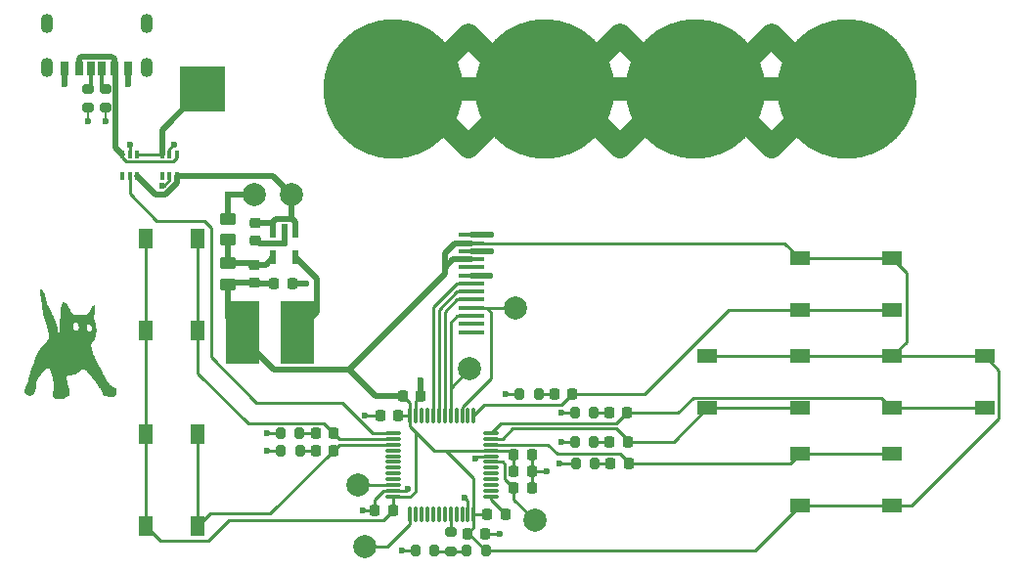
<source format=gtl>
%TF.GenerationSoftware,KiCad,Pcbnew,9.0.0*%
%TF.CreationDate,2025-03-23T23:43:44-05:00*%
%TF.ProjectId,stm32card,73746d33-3263-4617-9264-2e6b69636164,rev?*%
%TF.SameCoordinates,Original*%
%TF.FileFunction,Copper,L1,Top*%
%TF.FilePolarity,Positive*%
%FSLAX46Y46*%
G04 Gerber Fmt 4.6, Leading zero omitted, Abs format (unit mm)*
G04 Created by KiCad (PCBNEW 9.0.0) date 2025-03-23 23:43:44*
%MOMM*%
%LPD*%
G01*
G04 APERTURE LIST*
G04 Aperture macros list*
%AMRoundRect*
0 Rectangle with rounded corners*
0 $1 Rounding radius*
0 $2 $3 $4 $5 $6 $7 $8 $9 X,Y pos of 4 corners*
0 Add a 4 corners polygon primitive as box body*
4,1,4,$2,$3,$4,$5,$6,$7,$8,$9,$2,$3,0*
0 Add four circle primitives for the rounded corners*
1,1,$1+$1,$2,$3*
1,1,$1+$1,$4,$5*
1,1,$1+$1,$6,$7*
1,1,$1+$1,$8,$9*
0 Add four rect primitives between the rounded corners*
20,1,$1+$1,$2,$3,$4,$5,0*
20,1,$1+$1,$4,$5,$6,$7,0*
20,1,$1+$1,$6,$7,$8,$9,0*
20,1,$1+$1,$8,$9,$2,$3,0*%
G04 Aperture macros list end*
%TA.AperFunction,EtchedComponent*%
%ADD10C,0.000000*%
%TD*%
%TA.AperFunction,SMDPad,CuDef*%
%ADD11RoundRect,0.225000X-0.225000X-0.250000X0.225000X-0.250000X0.225000X0.250000X-0.225000X0.250000X0*%
%TD*%
%TA.AperFunction,SMDPad,CuDef*%
%ADD12RoundRect,0.225000X0.225000X0.250000X-0.225000X0.250000X-0.225000X-0.250000X0.225000X-0.250000X0*%
%TD*%
%TA.AperFunction,SMDPad,CuDef*%
%ADD13R,1.800000X1.200000*%
%TD*%
%TA.AperFunction,SMDPad,CuDef*%
%ADD14R,4.000000X4.000000*%
%TD*%
%TA.AperFunction,SMDPad,CuDef*%
%ADD15C,2.000000*%
%TD*%
%TA.AperFunction,SMDPad,CuDef*%
%ADD16R,0.490000X1.160000*%
%TD*%
%TA.AperFunction,SMDPad,CuDef*%
%ADD17R,0.490000X1.180000*%
%TD*%
%TA.AperFunction,SMDPad,CuDef*%
%ADD18RoundRect,0.200000X-0.200000X-0.275000X0.200000X-0.275000X0.200000X0.275000X-0.200000X0.275000X0*%
%TD*%
%TA.AperFunction,SMDPad,CuDef*%
%ADD19R,2.200000X0.400000*%
%TD*%
%TA.AperFunction,SMDPad,CuDef*%
%ADD20RoundRect,0.200000X0.200000X0.275000X-0.200000X0.275000X-0.200000X-0.275000X0.200000X-0.275000X0*%
%TD*%
%TA.AperFunction,SMDPad,CuDef*%
%ADD21RoundRect,0.100000X-0.100000X0.225000X-0.100000X-0.225000X0.100000X-0.225000X0.100000X0.225000X0*%
%TD*%
%TA.AperFunction,SMDPad,CuDef*%
%ADD22RoundRect,0.250000X0.450000X-0.262500X0.450000X0.262500X-0.450000X0.262500X-0.450000X-0.262500X0*%
%TD*%
%TA.AperFunction,SMDPad,CuDef*%
%ADD23RoundRect,0.200000X-0.275000X0.200000X-0.275000X-0.200000X0.275000X-0.200000X0.275000X0.200000X0*%
%TD*%
%TA.AperFunction,SMDPad,CuDef*%
%ADD24R,0.700000X1.200000*%
%TD*%
%TA.AperFunction,SMDPad,CuDef*%
%ADD25R,0.760000X1.200000*%
%TD*%
%TA.AperFunction,SMDPad,CuDef*%
%ADD26R,0.800000X1.200000*%
%TD*%
%TA.AperFunction,ComponentPad*%
%ADD27O,1.100000X1.700000*%
%TD*%
%TA.AperFunction,SMDPad,CuDef*%
%ADD28O,1.500000X0.270000*%
%TD*%
%TA.AperFunction,SMDPad,CuDef*%
%ADD29O,0.270000X1.500000*%
%TD*%
%TA.AperFunction,SMDPad,CuDef*%
%ADD30C,12.100000*%
%TD*%
%TA.AperFunction,SMDPad,CuDef*%
%ADD31C,12.100016*%
%TD*%
%TA.AperFunction,SMDPad,CuDef*%
%ADD32C,12.100148*%
%TD*%
%TA.AperFunction,SMDPad,CuDef*%
%ADD33R,1.200000X1.800000*%
%TD*%
%TA.AperFunction,SMDPad,CuDef*%
%ADD34RoundRect,0.225000X0.250000X-0.225000X0.250000X0.225000X-0.250000X0.225000X-0.250000X-0.225000X0*%
%TD*%
%TA.AperFunction,SMDPad,CuDef*%
%ADD35R,3.000000X5.500000*%
%TD*%
%TA.AperFunction,SMDPad,CuDef*%
%ADD36RoundRect,0.225000X-0.250000X0.225000X-0.250000X-0.225000X0.250000X-0.225000X0.250000X0.225000X0*%
%TD*%
%TA.AperFunction,ViaPad*%
%ADD37C,0.600000*%
%TD*%
%TA.AperFunction,ViaPad*%
%ADD38C,1.000000*%
%TD*%
%TA.AperFunction,Conductor*%
%ADD39C,2.000000*%
%TD*%
%TA.AperFunction,Conductor*%
%ADD40C,0.250000*%
%TD*%
%TA.AperFunction,Conductor*%
%ADD41C,0.500000*%
%TD*%
%TA.AperFunction,Conductor*%
%ADD42C,0.200000*%
%TD*%
%TA.AperFunction,Conductor*%
%ADD43C,0.350000*%
%TD*%
G04 APERTURE END LIST*
D10*
%TA.AperFunction,EtchedComponent*%
%TO.C,G\u002A\u002A\u002A*%
G36*
X137333516Y-107370087D02*
G01*
X137413070Y-107436606D01*
X137457814Y-107490357D01*
X137516544Y-107569603D01*
X137554262Y-107625110D01*
X137578567Y-107672326D01*
X137597057Y-107726700D01*
X137617331Y-107803678D01*
X137623083Y-107826351D01*
X137650417Y-107932149D01*
X137679122Y-108040471D01*
X137696776Y-108105339D01*
X137719912Y-108198172D01*
X137744095Y-108309621D01*
X137758412Y-108384326D01*
X137784989Y-108493794D01*
X137825061Y-108615306D01*
X137859788Y-108699704D01*
X137952621Y-108895948D01*
X138029196Y-109050479D01*
X138091254Y-109166640D01*
X138140539Y-109247774D01*
X138159218Y-109274015D01*
X138196920Y-109329561D01*
X138217190Y-109371336D01*
X138218304Y-109377898D01*
X138228570Y-109410432D01*
X138255949Y-109474373D01*
X138295309Y-109558007D01*
X138311979Y-109591790D01*
X138359528Y-109690721D01*
X138401693Y-109785106D01*
X138430873Y-109857762D01*
X138435097Y-109870051D01*
X138463374Y-109934192D01*
X138495861Y-109977400D01*
X138502315Y-109981978D01*
X138525873Y-110015689D01*
X138555487Y-110089311D01*
X138589130Y-110194914D01*
X138624776Y-110324566D01*
X138660400Y-110470337D01*
X138693977Y-110624296D01*
X138723480Y-110778511D01*
X138746884Y-110925054D01*
X138751064Y-110955864D01*
X138774726Y-111105969D01*
X138800604Y-111212626D01*
X138828161Y-111274149D01*
X138856861Y-111288855D01*
X138857123Y-111288770D01*
X138876003Y-111274111D01*
X138890736Y-111240880D01*
X138901777Y-111184088D01*
X138909584Y-111098749D01*
X138914611Y-110979874D01*
X138917317Y-110822475D01*
X138918156Y-110621587D01*
X138919514Y-110484106D01*
X140055780Y-110484106D01*
X140056125Y-110594218D01*
X140069251Y-110699393D01*
X140089661Y-110769882D01*
X140142627Y-110840255D01*
X140223338Y-110883564D01*
X140317859Y-110897576D01*
X140412252Y-110880061D01*
X140487611Y-110833610D01*
X140534747Y-110771170D01*
X140555893Y-110691077D01*
X140554002Y-110624608D01*
X141250612Y-110624608D01*
X141263282Y-110741340D01*
X141293566Y-110841509D01*
X141303186Y-110860557D01*
X141345270Y-110924714D01*
X141390739Y-110959289D01*
X141457001Y-110974019D01*
X141511927Y-110977310D01*
X141572359Y-110970483D01*
X141615811Y-110936497D01*
X141640255Y-110901280D01*
X141673007Y-110830125D01*
X141679164Y-110751963D01*
X141675370Y-110713266D01*
X141659494Y-110604624D01*
X141641722Y-110531457D01*
X141616515Y-110480857D01*
X141578330Y-110439915D01*
X141547319Y-110414947D01*
X141457416Y-110364778D01*
X141376291Y-110354150D01*
X141311540Y-110382857D01*
X141282013Y-110422149D01*
X141256531Y-110511486D01*
X141250612Y-110624608D01*
X140554002Y-110624608D01*
X140552820Y-110583032D01*
X140542570Y-110514250D01*
X140510996Y-110393208D01*
X140462614Y-110313380D01*
X140390984Y-110268579D01*
X140289671Y-110252620D01*
X140269974Y-110252330D01*
X140189647Y-110255137D01*
X140141355Y-110267612D01*
X140108749Y-110295838D01*
X140092932Y-110318196D01*
X140068091Y-110386338D01*
X140055780Y-110484106D01*
X138919514Y-110484106D01*
X138919889Y-110446180D01*
X138924702Y-110252195D01*
X138932143Y-110047245D01*
X138941758Y-109838943D01*
X138953094Y-109634904D01*
X138965699Y-109442740D01*
X138979119Y-109270067D01*
X138992901Y-109124496D01*
X139006593Y-109013642D01*
X139017330Y-108954432D01*
X139063348Y-108770028D01*
X139102640Y-108631449D01*
X139135969Y-108536582D01*
X139164103Y-108483314D01*
X139187804Y-108469533D01*
X139192243Y-108471428D01*
X139211773Y-108466343D01*
X139212955Y-108458538D01*
X139231209Y-108434936D01*
X139277873Y-108435259D01*
X139340796Y-108456801D01*
X139407830Y-108496857D01*
X139417130Y-108504009D01*
X139491299Y-108569281D01*
X139552763Y-108634838D01*
X139591989Y-108689693D01*
X139601112Y-108716094D01*
X139613576Y-108747744D01*
X139644735Y-108801575D01*
X139657659Y-108821436D01*
X139693982Y-108884545D01*
X139739137Y-108975434D01*
X139784529Y-109076605D01*
X139793400Y-109097793D01*
X139854745Y-109238607D01*
X139908529Y-109341299D01*
X139960818Y-109414312D01*
X140017677Y-109466091D01*
X140085170Y-109505079D01*
X140086308Y-109505616D01*
X140126495Y-109523634D01*
X140164673Y-109536826D01*
X140208446Y-109545644D01*
X140265419Y-109550541D01*
X140343197Y-109551970D01*
X140449387Y-109550382D01*
X140591592Y-109546232D01*
X140704932Y-109542443D01*
X140817111Y-109542381D01*
X140933499Y-109548147D01*
X141009431Y-109556006D01*
X141144112Y-109575345D01*
X141293014Y-109422577D01*
X141351364Y-109357346D01*
X141421076Y-109271268D01*
X141496037Y-109172930D01*
X141570130Y-109070918D01*
X141637241Y-108973819D01*
X141691255Y-108890220D01*
X141726058Y-108828707D01*
X141735973Y-108800555D01*
X141755645Y-108780037D01*
X141803033Y-108750862D01*
X141860698Y-108722123D01*
X141911201Y-108702913D01*
X141929388Y-108699704D01*
X141951484Y-108723260D01*
X141964791Y-108792707D01*
X141969277Y-108906215D01*
X141964911Y-109061952D01*
X141951663Y-109258086D01*
X141940914Y-109379000D01*
X141897312Y-109837051D01*
X141951470Y-110026496D01*
X141978973Y-110133495D01*
X142000942Y-110238776D01*
X142013006Y-110321150D01*
X142013505Y-110327378D01*
X142022677Y-110406178D01*
X142039604Y-110511161D01*
X142060849Y-110621300D01*
X142063804Y-110635155D01*
X142087290Y-110793736D01*
X142086787Y-110952742D01*
X142061116Y-111124267D01*
X142009099Y-111320404D01*
X141991712Y-111375095D01*
X141962872Y-111467561D01*
X141941247Y-111544848D01*
X141930572Y-111593356D01*
X141930052Y-111599586D01*
X141914532Y-111657524D01*
X141873896Y-111734876D01*
X141817028Y-111816445D01*
X141774538Y-111865606D01*
X141718985Y-111936473D01*
X141668521Y-112020889D01*
X141659173Y-112040378D01*
X141634130Y-112105548D01*
X141625045Y-112165213D01*
X141630255Y-112239991D01*
X141638623Y-112295105D01*
X141656670Y-112395051D01*
X141676630Y-112491920D01*
X141689163Y-112544880D01*
X141712762Y-112637618D01*
X141736023Y-112732266D01*
X141737624Y-112738959D01*
X141758445Y-112805420D01*
X141794021Y-112899037D01*
X141837939Y-113003306D01*
X141855444Y-113042206D01*
X141916842Y-113174672D01*
X141981861Y-113312781D01*
X142045707Y-113446557D01*
X142103585Y-113566024D01*
X142150700Y-113661205D01*
X142181905Y-113721480D01*
X142205093Y-113766225D01*
X142244090Y-113843915D01*
X142293559Y-113943826D01*
X142348160Y-114055237D01*
X142351027Y-114061117D01*
X142430197Y-114220672D01*
X142509674Y-114375623D01*
X142585705Y-114519103D01*
X142654536Y-114644246D01*
X142712413Y-114744183D01*
X142755584Y-114812049D01*
X142774931Y-114836682D01*
X142806018Y-114880022D01*
X142843083Y-114948083D01*
X142859073Y-114982478D01*
X142904327Y-115070740D01*
X142971635Y-115183749D01*
X143052383Y-115308655D01*
X143137959Y-115432605D01*
X143219747Y-115542751D01*
X143289133Y-115626240D01*
X143294411Y-115631939D01*
X143341364Y-115670926D01*
X143380058Y-115686523D01*
X143422432Y-115699810D01*
X143478434Y-115732058D01*
X143482211Y-115734710D01*
X143547228Y-115774380D01*
X143629765Y-115816517D01*
X143659631Y-115829941D01*
X143718655Y-115857831D01*
X143757431Y-115888012D01*
X143783185Y-115932262D01*
X143803139Y-116002361D01*
X143821452Y-116093795D01*
X143832650Y-116260294D01*
X143801709Y-116408432D01*
X143730509Y-116533937D01*
X143620931Y-116632536D01*
X143571879Y-116660914D01*
X143467443Y-116694805D01*
X143350705Y-116702725D01*
X143238485Y-116685889D01*
X143147601Y-116645513D01*
X143126771Y-116628766D01*
X143083949Y-116596255D01*
X143033601Y-116579818D01*
X142958896Y-116575209D01*
X142916778Y-116575763D01*
X142830307Y-116574283D01*
X142759483Y-116566766D01*
X142726309Y-116557566D01*
X142684494Y-116514321D01*
X142638073Y-116430522D01*
X142590471Y-116313461D01*
X142545956Y-116173435D01*
X142495395Y-116040164D01*
X142427197Y-115942858D01*
X142420467Y-115935958D01*
X142362083Y-115864518D01*
X142305136Y-115774363D01*
X142281609Y-115728034D01*
X142228874Y-115633856D01*
X142160890Y-115539899D01*
X142128845Y-115503760D01*
X142061635Y-115424652D01*
X142000235Y-115335886D01*
X141978565Y-115297552D01*
X141938478Y-115234369D01*
X141871469Y-115145831D01*
X141785122Y-115040689D01*
X141687021Y-114927698D01*
X141584750Y-114815610D01*
X141485893Y-114713179D01*
X141404515Y-114635027D01*
X141344372Y-114570590D01*
X141300438Y-114505806D01*
X141286912Y-114472373D01*
X141260991Y-114417096D01*
X141224884Y-114388106D01*
X141185025Y-114360416D01*
X141134215Y-114305816D01*
X141104105Y-114265707D01*
X141038360Y-114188908D01*
X140979430Y-114159891D01*
X140926814Y-114178471D01*
X140911141Y-114194546D01*
X140892862Y-114223982D01*
X140895803Y-114230936D01*
X140893450Y-114246342D01*
X140869122Y-114279455D01*
X140826835Y-114316209D01*
X140796580Y-114327975D01*
X140767907Y-114342025D01*
X140765582Y-114350600D01*
X140745673Y-114375676D01*
X140720591Y-114387505D01*
X140675476Y-114413657D01*
X140619482Y-114460816D01*
X140605357Y-114474936D01*
X140542633Y-114527900D01*
X140457820Y-114583937D01*
X140365393Y-114635145D01*
X140279831Y-114673621D01*
X140215611Y-114691460D01*
X140207969Y-114691872D01*
X140144344Y-114702775D01*
X140116303Y-114713861D01*
X140006204Y-114755488D01*
X139872344Y-114783026D01*
X139738555Y-114791827D01*
X139719710Y-114791232D01*
X139638816Y-114789984D01*
X139589137Y-114799437D01*
X139553656Y-114824981D01*
X139531697Y-114850794D01*
X139500426Y-114899647D01*
X139484998Y-114953482D01*
X139485380Y-115022725D01*
X139501541Y-115117804D01*
X139530485Y-115237717D01*
X139557275Y-115343747D01*
X139581935Y-115445215D01*
X139599686Y-115522403D01*
X139601431Y-115530543D01*
X139625229Y-115622824D01*
X139655472Y-115716208D01*
X139658620Y-115724622D01*
X139682630Y-115805038D01*
X139707373Y-115916564D01*
X139730535Y-116044613D01*
X139749805Y-116174601D01*
X139762870Y-116291943D01*
X139767418Y-116382055D01*
X139766516Y-116405134D01*
X139751600Y-116477188D01*
X139717074Y-116516612D01*
X139704216Y-116523174D01*
X139662472Y-116548104D01*
X139649632Y-116565628D01*
X139629762Y-116581791D01*
X139611003Y-116584135D01*
X139565621Y-116598379D01*
X139510726Y-116632629D01*
X139510693Y-116632655D01*
X139459752Y-116666573D01*
X139422332Y-116681163D01*
X139421727Y-116681175D01*
X139388048Y-116699556D01*
X139367145Y-116724889D01*
X139327946Y-116758228D01*
X139261946Y-116789998D01*
X139233946Y-116799312D01*
X139149186Y-116824125D01*
X139070023Y-116847662D01*
X139053544Y-116852637D01*
X138979184Y-116865493D01*
X138875551Y-116871455D01*
X138759529Y-116870876D01*
X138648005Y-116864111D01*
X138557865Y-116851513D01*
X138521551Y-116841488D01*
X138468434Y-116811656D01*
X138441146Y-116778450D01*
X138440960Y-116777668D01*
X138419847Y-116737075D01*
X138378242Y-116684272D01*
X138370794Y-116676244D01*
X138321383Y-116594233D01*
X138295211Y-116487770D01*
X138294759Y-116376260D01*
X138320511Y-116283124D01*
X138387254Y-116090895D01*
X138413538Y-115875624D01*
X138398918Y-115641706D01*
X138390404Y-115589484D01*
X138347245Y-115353165D01*
X138309423Y-115153899D01*
X138274687Y-114980816D01*
X138240785Y-114823048D01*
X138205466Y-114669725D01*
X138168137Y-114516632D01*
X138139945Y-114410962D01*
X138114637Y-114340317D01*
X138085887Y-114292084D01*
X138047370Y-114253650D01*
X138028907Y-114239029D01*
X137947493Y-114194602D01*
X137861390Y-114175180D01*
X137786482Y-114182738D01*
X137749994Y-114204346D01*
X137709201Y-114228551D01*
X137695159Y-114230936D01*
X137654727Y-114249646D01*
X137593380Y-114300727D01*
X137517744Y-114376602D01*
X137434446Y-114469698D01*
X137350111Y-114572437D01*
X137271366Y-114677245D01*
X137204837Y-114776547D01*
X137177962Y-114822236D01*
X137125016Y-114910744D01*
X137069355Y-114992679D01*
X137028758Y-115043639D01*
X136979579Y-115114060D01*
X136946763Y-115191298D01*
X136944372Y-115201327D01*
X136927557Y-115265078D01*
X136909664Y-115307942D01*
X136907859Y-115310496D01*
X136895542Y-115346139D01*
X136881141Y-115417456D01*
X136866456Y-115511758D01*
X136853289Y-115616357D01*
X136843442Y-115718564D01*
X136838976Y-115795692D01*
X136827022Y-115921290D01*
X136800974Y-116050489D01*
X136764299Y-116174345D01*
X136720465Y-116283914D01*
X136672939Y-116370253D01*
X136625188Y-116424417D01*
X136589747Y-116438577D01*
X136559722Y-116451137D01*
X136506387Y-116482768D01*
X136481421Y-116499226D01*
X136375917Y-116548745D01*
X136265789Y-116554170D01*
X136144309Y-116515449D01*
X136106787Y-116496386D01*
X136027112Y-116443828D01*
X135966615Y-116377583D01*
X135915490Y-116292847D01*
X135876477Y-116211998D01*
X135849462Y-116141388D01*
X135840845Y-116101251D01*
X135850460Y-116061335D01*
X135876877Y-115986850D01*
X135916452Y-115887228D01*
X135965543Y-115771901D01*
X135985096Y-115727790D01*
X136039442Y-115602785D01*
X136088138Y-115483902D01*
X136126651Y-115382694D01*
X136150451Y-115310718D01*
X136153826Y-115297537D01*
X136207351Y-115062834D01*
X136251984Y-114872178D01*
X136288609Y-114722091D01*
X136318108Y-114609094D01*
X136341364Y-114529710D01*
X136359262Y-114480460D01*
X136363737Y-114471006D01*
X136388198Y-114398360D01*
X136398807Y-114316625D01*
X136398820Y-114314188D01*
X136416234Y-114224588D01*
X136467973Y-114146450D01*
X136517779Y-114070258D01*
X136549824Y-113985517D01*
X136552286Y-113972885D01*
X136577755Y-113889213D01*
X136620689Y-113806531D01*
X136628691Y-113795068D01*
X136679037Y-113695158D01*
X136689937Y-113624285D01*
X136701001Y-113545752D01*
X136728547Y-113458456D01*
X136738457Y-113436091D01*
X136768161Y-113365163D01*
X136785306Y-113305933D01*
X136786976Y-113290828D01*
X136796714Y-113240432D01*
X136806388Y-113222942D01*
X136824655Y-113189397D01*
X136852882Y-113125003D01*
X136880858Y-113054336D01*
X136944826Y-112896575D01*
X137006119Y-112767044D01*
X137061494Y-112671986D01*
X137107408Y-112617886D01*
X137134351Y-112584635D01*
X137174228Y-112521944D01*
X137216077Y-112447654D01*
X137264362Y-112367903D01*
X137308980Y-112313606D01*
X137337532Y-112295305D01*
X137377948Y-112271988D01*
X137425963Y-112222024D01*
X137441372Y-112201174D01*
X137502642Y-112129099D01*
X137575778Y-112064990D01*
X137587378Y-112056918D01*
X137655630Y-111999542D01*
X137712314Y-111931980D01*
X137719395Y-111920581D01*
X137757882Y-111856745D01*
X137810246Y-111773388D01*
X137852024Y-111708695D01*
X137897249Y-111635716D01*
X137923119Y-111576929D01*
X137934776Y-111513284D01*
X137937361Y-111425728D01*
X137937150Y-111393318D01*
X137923966Y-111189880D01*
X137890683Y-110970474D01*
X137841418Y-110761786D01*
X137819462Y-110681090D01*
X137802067Y-110609925D01*
X137798271Y-110591967D01*
X137782179Y-110521662D01*
X137754139Y-110412778D01*
X137716245Y-110273179D01*
X137670592Y-110110728D01*
X137662528Y-110082512D01*
X137495850Y-109430554D01*
X137362546Y-108758953D01*
X137266202Y-108086363D01*
X137249737Y-107934370D01*
X137235445Y-107818111D01*
X137217691Y-107708798D01*
X137199327Y-107622868D01*
X137190481Y-107592874D01*
X137164846Y-107482041D01*
X137172416Y-107402013D01*
X137207106Y-107355122D01*
X137262834Y-107343703D01*
X137333516Y-107370087D01*
G37*
%TD.AperFunction*%
%TD*%
D11*
%TO.P,C14,1*%
%TO.N,Net-(C14-Pad1)*%
X186594442Y-122410210D03*
%TO.P,C14,2*%
%TO.N,in_button_down*%
X188144442Y-122410210D03*
%TD*%
D12*
%TO.P,C4,1*%
%TO.N,+3V0*%
X168208349Y-118253643D03*
%TO.P,C4,2*%
%TO.N,GND*%
X166658349Y-118253643D03*
%TD*%
D13*
%TO.P,b_up1,1,1*%
%TO.N,+3V0*%
X202951133Y-104665534D03*
%TO.P,b_up1,2,2*%
X210951133Y-104665534D03*
%TO.P,b_up1,3,3*%
%TO.N,in_button_up*%
X202951133Y-109165534D03*
%TO.P,b_up1,4,4*%
X210951133Y-109165534D03*
%TD*%
D14*
%TO.P,TP1,1,1*%
%TO.N,Net-(U2-VIN)*%
X151296213Y-89989223D03*
%TD*%
D15*
%TO.P,unreg_vcc1,1,1*%
%TO.N,unregulated_vcc*%
X158963914Y-99135976D03*
%TD*%
D11*
%TO.P,C16,1*%
%TO.N,Net-(C16-Pad1)*%
X186498159Y-120535261D03*
%TO.P,C16,2*%
%TO.N,in_button_right*%
X188048159Y-120535261D03*
%TD*%
D15*
%TO.P,SWDIO1,1,1*%
%TO.N,Net-(U4-PA13)*%
X164750573Y-124284125D03*
%TD*%
D16*
%TO.P,U1,1,VIN*%
%TO.N,unregulated_vcc*%
X159275688Y-102255065D03*
%TO.P,U1,2,GND*%
%TO.N,GND*%
X158325688Y-102255065D03*
%TO.P,U1,3,EN*%
%TO.N,unregulated_vcc*%
X157375688Y-102255065D03*
D17*
%TO.P,U1,4,FB*%
%TO.N,Net-(U1-FB)*%
X157375688Y-104555065D03*
%TO.P,U1,5,SW*%
%TO.N,Net-(U1-SW)*%
X159275688Y-104555065D03*
%TD*%
D18*
%TO.P,R10,1*%
%TO.N,Net-(R10-Pad1)*%
X174123734Y-129933381D03*
%TO.P,R10,2*%
%TO.N,+3V0*%
X175773734Y-129933381D03*
%TD*%
D11*
%TO.P,C12,1*%
%TO.N,+3V0*%
X175911855Y-126779815D03*
%TO.P,C12,2*%
%TO.N,Net-(U4-VBAT)*%
X177461855Y-126779815D03*
%TD*%
D19*
%TO.P,U5,1,NC*%
%TO.N,unconnected-(U5-NC-Pad1)*%
X174559466Y-111035534D03*
%TO.P,U5,2,NC*%
%TO.N,unconnected-(U5-NC-Pad2)*%
X174559466Y-110335534D03*
%TO.P,U5,3,SDA*%
%TO.N,spi1_mosi*%
X174559466Y-109635534D03*
%TO.P,U5,4,SCL*%
%TO.N,spi1_sck*%
X174559466Y-108935534D03*
%TO.P,U5,5,RS*%
%TO.N,lcd_dataselect*%
X174559466Y-108235534D03*
%TO.P,U5,6,RESET*%
%TO.N,lcd_reset*%
X174559466Y-107535534D03*
%TO.P,U5,7,CS*%
%TO.N,lcd_cs*%
X174559466Y-106835534D03*
%TO.P,U5,8,GND*%
%TO.N,GND*%
X174559466Y-106135534D03*
%TO.P,U5,9,NC*%
%TO.N,unconnected-(U5-NC-Pad9)*%
X174559466Y-105435534D03*
%TO.P,U5,10,VDD*%
%TO.N,+3V0*%
X174559466Y-104735534D03*
%TO.P,U5,11,LEDK*%
%TO.N,GND*%
X174559466Y-104035534D03*
%TO.P,U5,12,LEDA*%
%TO.N,+3V0*%
X174559466Y-103335534D03*
%TO.P,U5,13,GND*%
%TO.N,GND*%
X174559466Y-102635534D03*
%TD*%
D11*
%TO.P,C11,1*%
%TO.N,Net-(U4-NRST)*%
X178216650Y-124571621D03*
%TO.P,C11,2*%
%TO.N,GND*%
X179766650Y-124571621D03*
%TD*%
D20*
%TO.P,R11,1*%
%TO.N,Net-(R10-Pad1)*%
X171355995Y-129935313D03*
%TO.P,R11,2*%
%TO.N,GND*%
X169705995Y-129935313D03*
%TD*%
D21*
%TO.P,U3,1,VIN*%
%TO.N,Net-(U2-~{CE})*%
X149064155Y-95624097D03*
%TO.P,U3,2,GND*%
%TO.N,GND*%
X148414155Y-95624097D03*
%TO.P,U3,3,~{CE}*%
%TO.N,Net-(U2-VIN)*%
X147764155Y-95624097D03*
%TO.P,U3,4,NC*%
%TO.N,unconnected-(U3-NC-Pad4)*%
X147764155Y-97524097D03*
%TO.P,U3,5,ST*%
%TO.N,GND*%
X148414155Y-97524097D03*
%TO.P,U3,6,VOUT*%
%TO.N,unregulated_vcc*%
X149064155Y-97524097D03*
%TD*%
D22*
%TO.P,R4,1*%
%TO.N,Net-(U1-FB)*%
X153498188Y-103060065D03*
%TO.P,R4,2*%
%TO.N,GND*%
X153498188Y-101235065D03*
%TD*%
D23*
%TO.P,R2,1*%
%TO.N,Net-(J1-CC1)*%
X142831133Y-89980534D03*
%TO.P,R2,2*%
%TO.N,GND*%
X142831133Y-91630534D03*
%TD*%
D11*
%TO.P,C13,1*%
%TO.N,Net-(C13-Pad1)*%
X181710179Y-116398550D03*
%TO.P,C13,2*%
%TO.N,in_button_up*%
X183260179Y-116398550D03*
%TD*%
D22*
%TO.P,R3,1*%
%TO.N,+3V0*%
X153498188Y-106885065D03*
%TO.P,R3,2*%
%TO.N,Net-(U1-FB)*%
X153498188Y-105060065D03*
%TD*%
D12*
%TO.P,C8,1*%
%TO.N,GND*%
X179766650Y-121651621D03*
%TO.P,C8,2*%
%TO.N,+3V0*%
X178216650Y-121651621D03*
%TD*%
D18*
%TO.P,R9,1*%
%TO.N,GND*%
X183488159Y-120535261D03*
%TO.P,R9,2*%
%TO.N,Net-(C16-Pad1)*%
X185138159Y-120535261D03*
%TD*%
%TO.P,R13,1*%
%TO.N,GND*%
X158034256Y-121286002D03*
%TO.P,R13,2*%
%TO.N,Net-(C18-Pad1)*%
X159684256Y-121286002D03*
%TD*%
D11*
%TO.P,C15,1*%
%TO.N,Net-(C15-Pad1)*%
X186482004Y-118016635D03*
%TO.P,C15,2*%
%TO.N,in_button_left*%
X188032004Y-118016635D03*
%TD*%
D13*
%TO.P,b_left1,1,1*%
%TO.N,+3V0*%
X210951133Y-113132201D03*
%TO.P,b_left1,2,2*%
X218951133Y-113132201D03*
%TO.P,b_left1,3,3*%
%TO.N,in_button_left*%
X210951133Y-117632201D03*
%TO.P,b_left1,4,4*%
X218951133Y-117632201D03*
%TD*%
D11*
%TO.P,C5,1*%
%TO.N,+3V0*%
X178216650Y-123111621D03*
%TO.P,C5,2*%
%TO.N,GND*%
X179766650Y-123111621D03*
%TD*%
D13*
%TO.P,b_right1,1,1*%
%TO.N,+3V0*%
X194951133Y-113132201D03*
%TO.P,b_right1,2,2*%
X202951133Y-113132201D03*
%TO.P,b_right1,3,3*%
%TO.N,in_button_right*%
X194951133Y-117632201D03*
%TO.P,b_right1,4,4*%
X202951133Y-117632201D03*
%TD*%
D18*
%TO.P,R12,1*%
%TO.N,GND*%
X158028042Y-119787400D03*
%TO.P,R12,2*%
%TO.N,Net-(C17-Pad1)*%
X159678042Y-119787400D03*
%TD*%
D11*
%TO.P,C17,1*%
%TO.N,Net-(C17-Pad1)*%
X161038042Y-119787400D03*
%TO.P,C17,2*%
%TO.N,in_button_a*%
X162588042Y-119787400D03*
%TD*%
D18*
%TO.P,R6,1*%
%TO.N,GND*%
X183584442Y-122410210D03*
%TO.P,R6,2*%
%TO.N,Net-(C14-Pad1)*%
X185234442Y-122410210D03*
%TD*%
D15*
%TO.P,TP_mosi1,1,1*%
%TO.N,spi1_mosi*%
X174362663Y-114235371D03*
%TD*%
D24*
%TO.P,J1,A5,CC1*%
%TO.N,Net-(J1-CC1)*%
X142574466Y-88210000D03*
D25*
%TO.P,J1,A9,VBUS*%
%TO.N,Net-(U2-~{CE})*%
X140554466Y-88210000D03*
D26*
%TO.P,J1,A12,GND*%
%TO.N,GND*%
X139324466Y-88210000D03*
D24*
%TO.P,J1,B5,CC2*%
%TO.N,Net-(J1-CC2)*%
X141574466Y-88210000D03*
D25*
%TO.P,J1,B9,VBUS*%
%TO.N,Net-(U2-~{CE})*%
X143594466Y-88210000D03*
D26*
%TO.P,J1,B12,GND*%
%TO.N,GND*%
X144824466Y-88210000D03*
D27*
%TO.P,J1,SH1*%
%TO.N,N/C*%
X146394466Y-88130000D03*
%TO.P,J1,SH2*%
X146394466Y-84330000D03*
%TO.P,J1,SH3*%
X137754466Y-88130000D03*
%TO.P,J1,SH4*%
X137754466Y-84330000D03*
%TD*%
D18*
%TO.P,R7,1*%
%TO.N,GND*%
X183472004Y-118016635D03*
%TO.P,R7,2*%
%TO.N,Net-(C15-Pad1)*%
X185122004Y-118016635D03*
%TD*%
D15*
%TO.P,tst_nrst1,1,1*%
%TO.N,Net-(U4-NRST)*%
X180021047Y-127320001D03*
%TD*%
%TO.P,TestPoint_gnd1,1,1*%
%TO.N,GND*%
X155734045Y-99135976D03*
%TD*%
D11*
%TO.P,C2,1*%
%TO.N,+3V0*%
X168613611Y-116553306D03*
%TO.P,C2,2*%
%TO.N,GND*%
X170163611Y-116553306D03*
%TD*%
D15*
%TO.P,TP_sck1,1,1*%
%TO.N,spi1_sck*%
X178381844Y-108935534D03*
%TD*%
D11*
%TO.P,C18,1*%
%TO.N,Net-(C18-Pad1)*%
X161044256Y-121286002D03*
%TO.P,C18,2*%
%TO.N,in_button_b*%
X162594256Y-121286002D03*
%TD*%
D28*
%TO.P,U4,1,VBAT*%
%TO.N,Net-(U4-VBAT)*%
X176240878Y-125284125D03*
%TO.P,U4,2,PC13-TAMPER-RTC*%
%TO.N,unconnected-(U4-PC13-TAMPER-RTC-Pad2)*%
X176240878Y-124784125D03*
%TO.P,U4,3,PC14-OSC32_IN*%
%TO.N,unconnected-(U4-PC14-OSC32_IN-Pad3)*%
X176240878Y-124284125D03*
%TO.P,U4,4,PC15-OSC32_OUT*%
%TO.N,unconnected-(U4-PC15-OSC32_OUT-Pad4)*%
X176240878Y-123784125D03*
%TO.P,U4,5,PD0-OSC_IN*%
%TO.N,unconnected-(U4-PD0-OSC_IN-Pad5)*%
X176240878Y-123284125D03*
%TO.P,U4,6,PD1-OSC_OUT*%
%TO.N,unconnected-(U4-PD1-OSC_OUT-Pad6)*%
X176240878Y-122784125D03*
%TO.P,U4,7,NRST*%
%TO.N,Net-(U4-NRST)*%
X176240878Y-122284125D03*
%TO.P,U4,8,VSSA*%
%TO.N,GND*%
X176240878Y-121784125D03*
%TO.P,U4,9,VDDA*%
%TO.N,+3V0*%
X176240878Y-121284125D03*
%TO.P,U4,10,PA0-WKUP*%
%TO.N,in_button_down*%
X176240878Y-120784125D03*
%TO.P,U4,11,PA1*%
%TO.N,in_button_right*%
X176240878Y-120284125D03*
%TO.P,U4,12,PA2*%
%TO.N,in_button_left*%
X176240878Y-119784125D03*
D29*
%TO.P,U4,13,PA3*%
%TO.N,in_button_up*%
X174740878Y-118284125D03*
%TO.P,U4,14,PA4*%
%TO.N,unconnected-(U4-PA4-Pad14)*%
X174240878Y-118284125D03*
%TO.P,U4,15,PA5*%
%TO.N,spi1_sck*%
X173740878Y-118284125D03*
%TO.P,U4,16,PA6*%
%TO.N,spi1_miso*%
X173240878Y-118284125D03*
%TO.P,U4,17,PA7*%
%TO.N,spi1_mosi*%
X172740878Y-118284125D03*
%TO.P,U4,18,PB0*%
%TO.N,lcd_dataselect*%
X172240878Y-118284125D03*
%TO.P,U4,19,PB1*%
%TO.N,lcd_reset*%
X171740878Y-118284125D03*
%TO.P,U4,20,PB2*%
%TO.N,lcd_cs*%
X171240878Y-118284125D03*
%TO.P,U4,21,PB10*%
%TO.N,unconnected-(U4-PB10-Pad21)*%
X170740878Y-118284125D03*
%TO.P,U4,22,PB11*%
%TO.N,unconnected-(U4-PB11-Pad22)*%
X170240878Y-118284125D03*
%TO.P,U4,23,VSS_1*%
%TO.N,GND*%
X169740878Y-118284125D03*
%TO.P,U4,24,VDD_1*%
%TO.N,+3V0*%
X169240878Y-118284125D03*
D28*
%TO.P,U4,25,PB12*%
%TO.N,power_info*%
X167740878Y-119784125D03*
%TO.P,U4,26,PB13*%
%TO.N,in_button_a*%
X167740878Y-120284125D03*
%TO.P,U4,27,PB14*%
%TO.N,in_button_b*%
X167740878Y-120784125D03*
%TO.P,U4,28,PB15*%
%TO.N,unconnected-(U4-PB15-Pad28)*%
X167740878Y-121284125D03*
%TO.P,U4,29,PA8*%
%TO.N,unconnected-(U4-PA8-Pad29)*%
X167740878Y-121784125D03*
%TO.P,U4,30,PA9*%
%TO.N,unconnected-(U4-PA9-Pad30)*%
X167740878Y-122284125D03*
%TO.P,U4,31,PA10*%
%TO.N,unconnected-(U4-PA10-Pad31)*%
X167740878Y-122784125D03*
%TO.P,U4,32,PA11*%
%TO.N,unconnected-(U4-PA11-Pad32)*%
X167740878Y-123284125D03*
%TO.P,U4,33,PA12*%
%TO.N,unconnected-(U4-PA12-Pad33)*%
X167740878Y-123784125D03*
%TO.P,U4,34,PA13*%
%TO.N,Net-(U4-PA13)*%
X167740878Y-124284125D03*
%TO.P,U4,35,VSS_2*%
%TO.N,GND*%
X167740878Y-124784125D03*
%TO.P,U4,36,VDD_2*%
%TO.N,+3V0*%
X167740878Y-125284125D03*
D29*
%TO.P,U4,37,PA14*%
%TO.N,Net-(U4-PA14)*%
X169240878Y-126784125D03*
%TO.P,U4,38,PA15*%
%TO.N,unconnected-(U4-PA15-Pad38)*%
X169740878Y-126784125D03*
%TO.P,U4,39,PB3*%
%TO.N,unconnected-(U4-PB3-Pad39)*%
X170240878Y-126784125D03*
%TO.P,U4,40,PB4*%
%TO.N,unconnected-(U4-PB4-Pad40)*%
X170740878Y-126784125D03*
%TO.P,U4,41,PB5*%
%TO.N,unconnected-(U4-PB5-Pad41)*%
X171240878Y-126784125D03*
%TO.P,U4,42,PB6*%
%TO.N,unconnected-(U4-PB6-Pad42)*%
X171740878Y-126784125D03*
%TO.P,U4,43,PB7*%
%TO.N,unconnected-(U4-PB7-Pad43)*%
X172240878Y-126784125D03*
%TO.P,U4,44,BOOT0*%
%TO.N,Net-(U4-BOOT0)*%
X172740878Y-126784125D03*
%TO.P,U4,45,PB8*%
%TO.N,unconnected-(U4-PB8-Pad45)*%
X173240878Y-126784125D03*
%TO.P,U4,46,PB9*%
%TO.N,unconnected-(U4-PB9-Pad46)*%
X173740878Y-126784125D03*
%TO.P,U4,47,VSS_3*%
%TO.N,GND*%
X174240878Y-126784125D03*
%TO.P,U4,48,VDD_3*%
%TO.N,+3V0*%
X174740878Y-126784125D03*
%TD*%
D11*
%TO.P,C10,1*%
%TO.N,+3V0*%
X157473188Y-106860065D03*
%TO.P,C10,2*%
%TO.N,GND*%
X159023188Y-106860065D03*
%TD*%
D30*
%TO.P,U6,1,gnd_1*%
%TO.N,GND*%
X167753529Y-90002380D03*
D31*
%TO.P,U6,2,gnd_2*%
X180853529Y-90002380D03*
D32*
%TO.P,U6,3,gnd_3*%
X193953529Y-90002380D03*
D30*
%TO.P,U6,4,gnd_4*%
X207053529Y-90002380D03*
%TD*%
D33*
%TO.P,b_b1,1,1*%
%TO.N,+3V0*%
X146357799Y-127848868D03*
%TO.P,b_b1,2,2*%
X146357799Y-119848868D03*
%TO.P,b_b1,3,3*%
%TO.N,in_button_b*%
X150857799Y-127848868D03*
%TO.P,b_b1,4,4*%
X150857799Y-119848868D03*
%TD*%
D13*
%TO.P,b_down1,1,1*%
%TO.N,+3V0*%
X210951133Y-126098868D03*
%TO.P,b_down1,2,2*%
X202951133Y-126098868D03*
%TO.P,b_down1,3,3*%
%TO.N,in_button_down*%
X210951133Y-121598868D03*
%TO.P,b_down1,4,4*%
X202951133Y-121598868D03*
%TD*%
D18*
%TO.P,R5,1*%
%TO.N,GND*%
X178700179Y-116398550D03*
%TO.P,R5,2*%
%TO.N,Net-(C13-Pad1)*%
X180350179Y-116398550D03*
%TD*%
D34*
%TO.P,C9,1*%
%TO.N,+3V0*%
X155748188Y-106747565D03*
%TO.P,C9,2*%
%TO.N,Net-(U1-FB)*%
X155748188Y-105197565D03*
%TD*%
D21*
%TO.P,U2,1,VIN*%
%TO.N,Net-(U2-VIN)*%
X145600255Y-95624097D03*
%TO.P,U2,2,GND*%
%TO.N,GND*%
X144950255Y-95624097D03*
%TO.P,U2,3,~{CE}*%
%TO.N,Net-(U2-~{CE})*%
X144300255Y-95624097D03*
%TO.P,U2,4,NC*%
%TO.N,unconnected-(U2-NC-Pad4)*%
X144300255Y-97524097D03*
%TO.P,U2,5,ST*%
%TO.N,power_info*%
X144950255Y-97524097D03*
%TO.P,U2,6,VOUT*%
%TO.N,unregulated_vcc*%
X145600255Y-97524097D03*
%TD*%
D15*
%TO.P,SWCLK1,1,1*%
%TO.N,Net-(U4-PA14)*%
X165303801Y-129637235D03*
%TD*%
D23*
%TO.P,R8,1*%
%TO.N,Net-(U4-BOOT0)*%
X172740878Y-128357482D03*
%TO.P,R8,2*%
%TO.N,Net-(R10-Pad1)*%
X172740878Y-130007482D03*
%TD*%
D11*
%TO.P,C6,1*%
%TO.N,+3V0*%
X174173724Y-128478655D03*
%TO.P,C6,2*%
%TO.N,GND*%
X175723724Y-128478655D03*
%TD*%
D35*
%TO.P,L1,1,1*%
%TO.N,Net-(U1-SW)*%
X159428188Y-111060065D03*
%TO.P,L1,2,2*%
%TO.N,+3V0*%
X154768188Y-111060065D03*
%TD*%
D33*
%TO.P,b_a1,1,1*%
%TO.N,+3V0*%
X146357799Y-110915534D03*
%TO.P,b_a1,2,2*%
X146357799Y-102915534D03*
%TO.P,b_a1,3,3*%
%TO.N,in_button_a*%
X150857799Y-110915534D03*
%TO.P,b_a1,4,4*%
X150857799Y-102915534D03*
%TD*%
D12*
%TO.P,C3,1*%
%TO.N,+3V0*%
X167740878Y-126518684D03*
%TO.P,C3,2*%
%TO.N,GND*%
X166190878Y-126518684D03*
%TD*%
D36*
%TO.P,C1,1*%
%TO.N,unregulated_vcc*%
X155860751Y-101557657D03*
%TO.P,C1,2*%
%TO.N,GND*%
X155860751Y-103107657D03*
%TD*%
D23*
%TO.P,R1,1*%
%TO.N,Net-(J1-CC2)*%
X141331133Y-89980534D03*
%TO.P,R1,2*%
%TO.N,GND*%
X141331133Y-91630534D03*
%TD*%
D37*
%TO.N,GND*%
X158325688Y-103383231D03*
X174846241Y-121979062D03*
X176199643Y-104035534D03*
X165117727Y-126518684D03*
X169057760Y-124580880D03*
D38*
X174303529Y-85365581D03*
X187403529Y-85365581D03*
D37*
X156828555Y-119787400D03*
X177516540Y-116398550D03*
X176199643Y-102635534D03*
X182290644Y-120535261D03*
X147752869Y-98349097D03*
X148773765Y-94828363D03*
X144950255Y-94780685D03*
D38*
X187403529Y-94998815D03*
X200503529Y-85365581D03*
D37*
X168508983Y-129935313D03*
X142831133Y-92805534D03*
X182194361Y-122410210D03*
X176171148Y-106135534D03*
X153493954Y-99131767D03*
X182306799Y-118016635D03*
X160238628Y-106860065D03*
X144824466Y-89555534D03*
X141331133Y-92805534D03*
D38*
X174303529Y-94998815D03*
D37*
X173978553Y-125380962D03*
X156851445Y-121286002D03*
D38*
X200503529Y-94998815D03*
D37*
X139331133Y-89555534D03*
X165338703Y-118240907D03*
X181015522Y-123111621D03*
X176964712Y-128478655D03*
X170163611Y-115257278D03*
%TD*%
D39*
%TO.N,GND*%
X182407094Y-90002380D02*
X187403529Y-94998815D01*
D40*
X158034256Y-121286002D02*
X156851445Y-121286002D01*
D39*
X180853529Y-90002380D02*
X182407094Y-90002380D01*
X207053529Y-90002380D02*
X205499964Y-90002380D01*
X169307094Y-90002380D02*
X174303529Y-94998815D01*
D40*
X169705995Y-129935313D02*
X168508983Y-129935313D01*
X179766650Y-123111621D02*
X181015522Y-123111621D01*
D41*
X158325688Y-102255065D02*
X158325688Y-103383231D01*
D39*
X193953529Y-90002380D02*
X195866730Y-90002380D01*
D40*
X176964712Y-128478655D02*
X175723724Y-128478655D01*
X179766650Y-124571621D02*
X179766650Y-123111621D01*
X167740878Y-124784125D02*
X166946477Y-124784125D01*
D39*
X167753529Y-90002380D02*
X169666730Y-90002380D01*
X167753529Y-90002380D02*
X169307094Y-90002380D01*
D40*
X169740878Y-118284125D02*
X169740878Y-116976039D01*
X166190878Y-126518684D02*
X165117727Y-126518684D01*
D39*
X205140328Y-90002380D02*
X200503529Y-85365581D01*
D40*
X148414155Y-95187973D02*
X148414155Y-95624097D01*
D39*
X180853529Y-90002380D02*
X167753529Y-90002380D01*
D40*
X148773765Y-94828363D02*
X148414155Y-95187973D01*
D41*
X144824466Y-89555534D02*
X144824466Y-88210000D01*
D40*
X155860751Y-103107657D02*
X156136325Y-103383231D01*
D41*
X174559466Y-106135534D02*
X176171148Y-106135534D01*
D40*
X169740878Y-116976039D02*
X170163611Y-116553306D01*
D39*
X180853529Y-90002380D02*
X178940328Y-90002380D01*
D41*
X155734045Y-99135976D02*
X153498163Y-99135976D01*
D40*
X147914154Y-98349097D02*
X147752869Y-98349097D01*
X178700179Y-116398550D02*
X177516540Y-116398550D01*
X179766650Y-123111621D02*
X179766650Y-121651621D01*
D41*
X139324466Y-88210000D02*
X139324466Y-89548867D01*
D39*
X182766730Y-90002380D02*
X187403529Y-85365581D01*
X207053529Y-90002380D02*
X193953529Y-90002380D01*
D40*
X153498188Y-99136001D02*
X153493954Y-99131767D01*
D39*
X193953529Y-90002380D02*
X192399964Y-90002380D01*
D41*
X159023188Y-106860065D02*
X160238628Y-106860065D01*
D42*
X141331133Y-91630534D02*
X141331133Y-92805534D01*
D40*
X166190878Y-125539724D02*
X166190878Y-126518684D01*
D41*
X174559466Y-102635534D02*
X176199643Y-102635534D01*
D40*
X175041178Y-121784125D02*
X174846241Y-121979062D01*
D39*
X180853529Y-90002380D02*
X182766730Y-90002380D01*
D40*
X153498188Y-101235065D02*
X153634956Y-101235065D01*
X166658349Y-118253643D02*
X165351439Y-118253643D01*
X174240878Y-125643287D02*
X173978553Y-125380962D01*
D42*
X142831133Y-91630534D02*
X142831133Y-92805534D01*
D39*
X207053529Y-90002380D02*
X205140328Y-90002380D01*
D40*
X183488159Y-120535261D02*
X182290644Y-120535261D01*
X174240878Y-126784125D02*
X174240878Y-125643287D01*
D39*
X179299964Y-90002380D02*
X174303529Y-94998815D01*
D40*
X158028042Y-119787400D02*
X156828555Y-119787400D01*
X176240878Y-121784125D02*
X175041178Y-121784125D01*
D39*
X169666730Y-90002380D02*
X174303529Y-85365581D01*
D41*
X170163611Y-116553306D02*
X170163611Y-115257278D01*
D40*
X148414155Y-97524097D02*
X148414155Y-97849096D01*
D39*
X178940328Y-90002380D02*
X174303529Y-85365581D01*
D41*
X156136325Y-103383231D02*
X158325688Y-103383231D01*
D40*
X153498163Y-99135976D02*
X153493954Y-99131767D01*
D39*
X195507094Y-90002380D02*
X200503529Y-94998815D01*
D42*
X139324466Y-89548867D02*
X139331133Y-89555534D01*
D39*
X192399964Y-90002380D02*
X187403529Y-94998815D01*
X193953529Y-90002380D02*
X195507094Y-90002380D01*
X205499964Y-90002380D02*
X200503529Y-94998815D01*
X193953529Y-90002380D02*
X192040328Y-90002380D01*
D40*
X165351439Y-118253643D02*
X165338703Y-118240907D01*
X183584442Y-122410210D02*
X182194361Y-122410210D01*
D39*
X192040328Y-90002380D02*
X187403529Y-85365581D01*
X180853529Y-90002380D02*
X179299964Y-90002380D01*
D40*
X166946477Y-124784125D02*
X166190878Y-125539724D01*
X148414155Y-97849096D02*
X147914154Y-98349097D01*
X168854515Y-124784125D02*
X169057760Y-124580880D01*
D41*
X153498188Y-101235065D02*
X153498188Y-99136001D01*
D39*
X195866730Y-90002380D02*
X200503529Y-85365581D01*
D40*
X144950255Y-95624097D02*
X144950255Y-94780685D01*
D39*
X193953529Y-90002380D02*
X180853529Y-90002380D01*
D41*
X174559466Y-104035534D02*
X176199643Y-104035534D01*
D40*
X167740878Y-124784125D02*
X168854515Y-124784125D01*
X183472004Y-118016635D02*
X182306799Y-118016635D01*
%TO.N,+3V0*%
X169683760Y-124840178D02*
X169683760Y-119649239D01*
X172374458Y-121284125D02*
X176240878Y-121284125D01*
D41*
X166258642Y-116553306D02*
X163966401Y-114261065D01*
X154768188Y-111552065D02*
X154768188Y-111060065D01*
D40*
X154768188Y-113201600D02*
X154768188Y-111060065D01*
X210951133Y-113132201D02*
X218951133Y-113132201D01*
X167740878Y-125284125D02*
X169239813Y-125284125D01*
D41*
X155860688Y-106860065D02*
X155748188Y-106747565D01*
D40*
X169240878Y-119206358D02*
X171318645Y-121284125D01*
X169683760Y-119649239D02*
X169240878Y-119206358D01*
X220177133Y-118558201D02*
X212636466Y-126098868D01*
X178216650Y-123111621D02*
X178216650Y-121651621D01*
D41*
X174559466Y-103335534D02*
X173057466Y-103335534D01*
D40*
X218951133Y-113132201D02*
X220177133Y-114358201D01*
X169240878Y-118284125D02*
X169240878Y-117180573D01*
D41*
X155748188Y-106747565D02*
X153635688Y-106747565D01*
D40*
X169240878Y-118284125D02*
X168238831Y-118284125D01*
X174319008Y-128478655D02*
X175773734Y-129933381D01*
X167740878Y-125284125D02*
X167740878Y-126518684D01*
X174559466Y-103335534D02*
X201621133Y-103335534D01*
X212177133Y-105891534D02*
X212177133Y-111906201D01*
X212177133Y-111906201D02*
X210951133Y-113132201D01*
X151783799Y-129074868D02*
X147583799Y-129074868D01*
X194951133Y-113132201D02*
X202951133Y-113132201D01*
X168238831Y-118284125D02*
X168208349Y-118253643D01*
D41*
X157473188Y-106860065D02*
X155860688Y-106860065D01*
D40*
X212636466Y-126098868D02*
X210951133Y-126098868D01*
X174740878Y-126784125D02*
X174740878Y-123650545D01*
X210951133Y-104665534D02*
X212177133Y-105891534D01*
X166939878Y-127319684D02*
X153538983Y-127319684D01*
X202951133Y-104665534D02*
X210951133Y-104665534D01*
X174740878Y-123650545D02*
X172374458Y-121284125D01*
X174173724Y-128478655D02*
X174740878Y-127911501D01*
X154768188Y-111060065D02*
X154768188Y-112310065D01*
D41*
X172210188Y-104182812D02*
X172210188Y-106017278D01*
D40*
X174173724Y-128478655D02*
X174319008Y-128478655D01*
D41*
X172210188Y-105484812D02*
X172210188Y-106017278D01*
D40*
X199116620Y-129933381D02*
X175773734Y-129933381D01*
D41*
X153635688Y-106747565D02*
X153498188Y-106885065D01*
X153498188Y-106885065D02*
X153498188Y-109790065D01*
D40*
X202951133Y-113132201D02*
X210951133Y-113132201D01*
D41*
X168613611Y-116553306D02*
X166258642Y-116553306D01*
D40*
X202951133Y-126098868D02*
X199116620Y-129933381D01*
D41*
X174559466Y-104735534D02*
X172959466Y-104735534D01*
D40*
X169240878Y-117180573D02*
X168613611Y-116553306D01*
X178216650Y-121651621D02*
X177849154Y-121284125D01*
X166939878Y-127319684D02*
X167740878Y-126518684D01*
X146357799Y-127848868D02*
X146357799Y-119848868D01*
D41*
X172959466Y-104735534D02*
X172210188Y-105484812D01*
X163966401Y-114261065D02*
X157477188Y-114261065D01*
X172210188Y-106017278D02*
X163966401Y-114261065D01*
X153498188Y-109790065D02*
X154768188Y-111060065D01*
D40*
X171318645Y-121284125D02*
X172374458Y-121284125D01*
X146357799Y-110915534D02*
X146357799Y-102915534D01*
X175907545Y-126784125D02*
X175911855Y-126779815D01*
X146357799Y-110915534D02*
X146357799Y-119848868D01*
X174740878Y-126784125D02*
X175907545Y-126784125D01*
X177849154Y-121284125D02*
X176240878Y-121284125D01*
X220177133Y-114358201D02*
X220177133Y-118558201D01*
D41*
X157477188Y-114261065D02*
X154768188Y-111552065D01*
D40*
X169240878Y-118284125D02*
X169240878Y-119206358D01*
X153538983Y-127319684D02*
X151783799Y-129074868D01*
X147583799Y-129074868D02*
X146357799Y-127848868D01*
X169239813Y-125284125D02*
X169683760Y-124840178D01*
X174740878Y-127911501D02*
X174740878Y-126784125D01*
D41*
X173057466Y-103335534D02*
X172210188Y-104182812D01*
D40*
X201621133Y-103335534D02*
X202951133Y-104665534D01*
X202951133Y-126098868D02*
X210951133Y-126098868D01*
%TO.N,Net-(U4-VBAT)*%
X176240878Y-125284125D02*
X176240878Y-125558838D01*
X176240878Y-125558838D02*
X177461855Y-126779815D01*
%TO.N,Net-(C13-Pad1)*%
X180350179Y-116398550D02*
X181710179Y-116398550D01*
%TO.N,Net-(C14-Pad1)*%
X185234442Y-122410210D02*
X186594442Y-122410210D01*
%TO.N,Net-(C15-Pad1)*%
X185122004Y-118016635D02*
X186482004Y-118016635D01*
%TO.N,Net-(C16-Pad1)*%
X185138159Y-120535261D02*
X186498159Y-120535261D01*
%TO.N,Net-(C17-Pad1)*%
X159678042Y-119787400D02*
X161038042Y-119787400D01*
%TO.N,Net-(C18-Pad1)*%
X159684256Y-121286002D02*
X161044256Y-121286002D01*
%TO.N,Net-(U2-VIN)*%
X145600255Y-95624097D02*
X147764155Y-95624097D01*
D41*
X147764155Y-93521281D02*
X151296213Y-89989223D01*
X147764155Y-95624097D02*
X147764155Y-93521281D01*
D40*
%TO.N,in_button_a*%
X161787042Y-118986400D02*
X162588042Y-119787400D01*
X150857799Y-114597324D02*
X155246875Y-118986400D01*
X155246875Y-118986400D02*
X161787042Y-118986400D01*
X162588042Y-119787400D02*
X163084767Y-120284125D01*
X150857799Y-110915534D02*
X150857799Y-114597324D01*
X150857799Y-110915534D02*
X150857799Y-102915534D01*
X163084767Y-120284125D02*
X167740878Y-120284125D01*
%TO.N,Net-(U4-BOOT0)*%
X172740878Y-126784125D02*
X172740878Y-128357482D01*
%TO.N,in_button_b*%
X162594256Y-121286002D02*
X157135658Y-126744600D01*
X157135658Y-126744600D02*
X151962067Y-126744600D01*
X163096133Y-120784125D02*
X162594256Y-121286002D01*
X151962067Y-126744600D02*
X150857799Y-127848868D01*
X150857799Y-119848868D02*
X150857799Y-127848868D01*
X167740878Y-120784125D02*
X163096133Y-120784125D01*
%TO.N,in_button_down*%
X188144442Y-122410210D02*
X202139791Y-122410210D01*
X181995726Y-121609210D02*
X181170641Y-120784125D01*
X202139791Y-122410210D02*
X202951133Y-121598868D01*
X188241831Y-122410210D02*
X187440831Y-121609210D01*
X210951133Y-121598868D02*
X202951133Y-121598868D01*
X181170641Y-120784125D02*
X176240878Y-120784125D01*
X187440831Y-121609210D02*
X181995726Y-121609210D01*
%TO.N,in_button_left*%
X188032004Y-118016635D02*
X187093568Y-118955071D01*
X193725133Y-116706201D02*
X210025133Y-116706201D01*
X210025133Y-116706201D02*
X210951133Y-117632201D01*
X210951133Y-117632201D02*
X218951133Y-117632201D01*
X193725133Y-116706201D02*
X192414699Y-118016635D01*
X192414699Y-118016635D02*
X188032004Y-118016635D01*
X177069932Y-118955071D02*
X176240878Y-119784125D01*
X187093568Y-118955071D02*
X177069932Y-118955071D01*
%TO.N,in_button_right*%
X192048073Y-120535261D02*
X194951133Y-117632201D01*
X188048159Y-120535261D02*
X192048073Y-120535261D01*
X187063174Y-119406071D02*
X178118932Y-119406071D01*
X178118932Y-119406071D02*
X177240878Y-120284125D01*
X194951133Y-117632201D02*
X202951133Y-117632201D01*
X188048159Y-120391056D02*
X187063174Y-119406071D01*
X188048159Y-120535261D02*
X188048159Y-120391056D01*
X177240878Y-120284125D02*
X176240878Y-120284125D01*
%TO.N,in_button_up*%
X202951133Y-109165534D02*
X196765800Y-109165534D01*
X189532784Y-116398550D02*
X183260179Y-116398550D01*
X182306263Y-117352466D02*
X175672537Y-117352466D01*
X183260179Y-116398550D02*
X182306263Y-117352466D01*
X196765800Y-109165534D02*
X189532784Y-116398550D01*
X202951133Y-109165534D02*
X210951133Y-109165534D01*
X175672537Y-117352466D02*
X174740878Y-118284125D01*
D41*
%TO.N,unregulated_vcc*%
X159275688Y-101478065D02*
X159275688Y-102255065D01*
X157375688Y-101478065D02*
X157629688Y-101224065D01*
X149064155Y-98099886D02*
X149064155Y-97524097D01*
X145600255Y-97524097D02*
X147176255Y-99100097D01*
X149064155Y-97524097D02*
X157352035Y-97524097D01*
X155860751Y-101557657D02*
X157296096Y-101557657D01*
X158963914Y-99135976D02*
X158963914Y-101166291D01*
X157375688Y-102255065D02*
X157375688Y-101478065D01*
X158963914Y-101166291D02*
X159021688Y-101224065D01*
X159021688Y-101224065D02*
X159275688Y-101478065D01*
X157296096Y-101557657D02*
X157375688Y-101478065D01*
X157352035Y-97524097D02*
X158963914Y-99135976D01*
X148063944Y-99100097D02*
X149064155Y-98099886D01*
X157629688Y-101224065D02*
X159021688Y-101224065D01*
X147176255Y-99100097D02*
X148063944Y-99100097D01*
%TO.N,Net-(U1-FB)*%
X153498188Y-105060065D02*
X153498188Y-103060065D01*
X156733188Y-105197565D02*
X157375688Y-104555065D01*
D43*
X155610688Y-105060065D02*
X155748188Y-105197565D01*
D41*
X153498188Y-105060065D02*
X155610688Y-105060065D01*
X155748188Y-105197565D02*
X156733188Y-105197565D01*
D40*
%TO.N,spi1_sck*%
X173740878Y-117517173D02*
X173740878Y-118284125D01*
X176210538Y-109334606D02*
X176210538Y-115047513D01*
X174559466Y-108935534D02*
X175811466Y-108935534D01*
X176210538Y-115047513D02*
X173740878Y-117517173D01*
X178381844Y-108935534D02*
X174559466Y-108935534D01*
X175811466Y-108935534D02*
X176210538Y-109334606D01*
D43*
%TO.N,Net-(J1-CC1)*%
X142574466Y-88210000D02*
X142574466Y-89723867D01*
D42*
X142574466Y-89723867D02*
X142831133Y-89980534D01*
D40*
%TO.N,spi1_mosi*%
X174559466Y-109635534D02*
X173307466Y-109635534D01*
X172740878Y-110202122D02*
X172740878Y-118284125D01*
X172740878Y-115857156D02*
X174362663Y-114235371D01*
X173307466Y-109635534D02*
X172740878Y-110202122D01*
X172740878Y-118284125D02*
X172740878Y-115857156D01*
%TO.N,Net-(U2-~{CE})*%
X144300255Y-95949096D02*
X144300255Y-95624097D01*
D41*
X143594466Y-88210000D02*
X143757133Y-88372667D01*
X143594466Y-87378000D02*
X143594466Y-88210000D01*
D40*
X148738154Y-96275097D02*
X144626256Y-96275097D01*
D41*
X143757133Y-95080975D02*
X144300255Y-95624097D01*
X140554466Y-88210000D02*
X140554466Y-87378000D01*
X143757133Y-88372667D02*
X143757133Y-95080975D01*
D40*
X149064155Y-95949096D02*
X148738154Y-96275097D01*
D41*
X140773466Y-87159000D02*
X143375466Y-87159000D01*
X140554466Y-87378000D02*
X140773466Y-87159000D01*
D40*
X144626256Y-96275097D02*
X144300255Y-95949096D01*
D41*
X143375466Y-87159000D02*
X143594466Y-87378000D01*
D42*
X143594466Y-88210000D02*
X143831133Y-88446667D01*
D43*
X140554466Y-88210000D02*
X140480133Y-88284333D01*
D40*
X149064155Y-95624097D02*
X149064155Y-95949096D01*
D43*
%TO.N,Net-(J1-CC2)*%
X141574466Y-88210000D02*
X141574466Y-89737201D01*
D42*
X141574466Y-89737201D02*
X141331133Y-89980534D01*
D40*
%TO.N,power_info*%
X144950255Y-99019948D02*
X147313909Y-101383602D01*
X163341804Y-117129306D02*
X155935429Y-117129306D01*
X152037231Y-101976085D02*
X151444748Y-101383602D01*
X165996623Y-119784125D02*
X163341804Y-117129306D01*
X151444748Y-101383602D02*
X147313909Y-101383602D01*
X152037231Y-113231108D02*
X152037231Y-101976085D01*
X155935429Y-117129306D02*
X152037231Y-113231108D01*
X144950255Y-97524097D02*
X144950255Y-99019948D01*
X167740878Y-119784125D02*
X165996623Y-119784125D01*
%TO.N,lcd_reset*%
X173307466Y-107535534D02*
X174559466Y-107535534D01*
X171740878Y-109102122D02*
X173307466Y-107535534D01*
X171740878Y-118284125D02*
X171740878Y-109102122D01*
D41*
%TO.N,Net-(U1-SW)*%
X161172920Y-109315333D02*
X159428188Y-111060065D01*
X159275688Y-104555065D02*
X161172920Y-106452297D01*
X161172920Y-106452297D02*
X161172920Y-109315333D01*
D40*
%TO.N,Net-(R10-Pad1)*%
X171428164Y-130007482D02*
X171355995Y-129935313D01*
X174049633Y-130007482D02*
X174123734Y-129933381D01*
X172740878Y-130007482D02*
X171428164Y-130007482D01*
X172740878Y-130007482D02*
X174049633Y-130007482D01*
%TO.N,lcd_dataselect*%
X172240878Y-118284125D02*
X172240878Y-109302122D01*
X172240878Y-109302122D02*
X173307466Y-108235534D01*
X173307466Y-108235534D02*
X174559466Y-108235534D01*
%TO.N,lcd_cs*%
X171240878Y-108902122D02*
X173307466Y-106835534D01*
X173307466Y-106835534D02*
X174559466Y-106835534D01*
X171240878Y-118284125D02*
X171240878Y-108902122D01*
%TO.N,Net-(U4-NRST)*%
X178216650Y-125515604D02*
X180021047Y-127320001D01*
X177420567Y-123775538D02*
X178216650Y-124571621D01*
X177420567Y-122463814D02*
X177420567Y-123775538D01*
X177240878Y-122284125D02*
X177420567Y-122463814D01*
X176240878Y-122284125D02*
X177240878Y-122284125D01*
X178216650Y-124571621D02*
X178216650Y-125515604D01*
%TO.N,Net-(U4-PA14)*%
X167292002Y-129637235D02*
X165303801Y-129637235D01*
X169240878Y-127688359D02*
X167292002Y-129637235D01*
X169240878Y-126784125D02*
X169240878Y-127688359D01*
%TO.N,Net-(U4-PA13)*%
X167740878Y-124284125D02*
X164750573Y-124284125D01*
%TD*%
M02*

</source>
